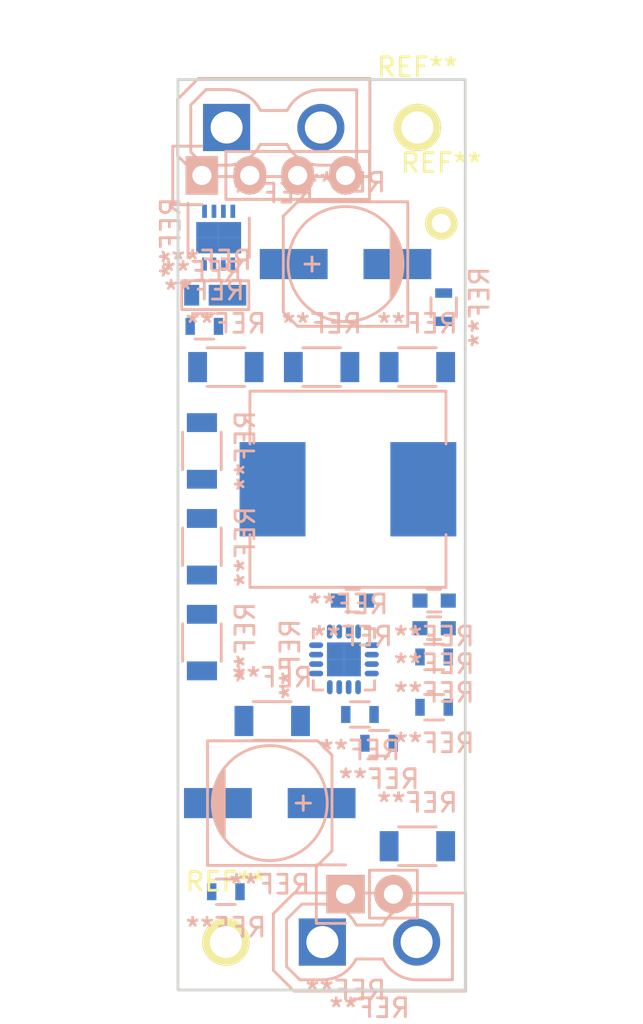
<source format=kicad_pcb>
(kicad_pcb (version 20221018) (generator pcbnew)
  (layers (0 "F.Cu" signal) (31 "B.Cu" signal) (34 "B.Paste" user) (35 "F.Paste" user) (36 "B.SilkS" user "B.Silkscreen") (37 "F.SilkS" user "F.Silkscreen") (38 "B.Mask" user) (39 "F.Mask" user) (44 "Edge.Cuts" user))
  (net 0 "")
  (footprint "Mounting_Holes:MountingHole_2.2mm_M2_Pad" (layer "F.Cu") (at 114.3 78.74)
    (fp_text reference "REF**" (at 0 -3.2) (layer "F.SilkS"))
    (fp_text value "MountingHole_1.7mm_M1.5_Pad")
    (pad "1" thru_hole circle (at 0 0) (size 2.5 2.5) (drill 1.7) (layers "*.Cu" "*.Mask" "F.SilkS"))
  )
  (footprint "Mounting_Holes:MountingHole_2.2mm_M2_Pad" (layer "F.Cu") (at 104.14 121.92)
    (fp_text reference "REF**" (at 0 -3.2) (layer "F.SilkS"))
    (fp_text value "MountingHole_1.7mm_M1.5_Pad")
    (pad "1" thru_hole circle (at 0 0) (size 2.5 2.5) (drill 1.7) (layers "*.Cu" "*.Mask" "F.SilkS"))
  )
  (footprint "Mounting_Holes:MountingHole_2.2mm_M2_Pad" (layer "F.Cu") (at 115.57 83.82)
    (fp_text reference "REF**" (at 0 -3.2) (layer "F.SilkS"))
    (fp_text value "Pad")
    (pad "1" thru_hole circle (at 0 0) (size 1.7 1.7) (drill 1) (layers "*.Cu" "*.Mask" "F.SilkS"))
  )
  (footprint "Connectors_Amass:Amass_XT30UPB-F-Plugged" (layer "B.Cu") (at 106.68 78.74)
    (fp_text reference "REF**" (at 0 3.5) (layer "B.SilkS") (effects (justify mirror)))
    (fp_text value "Amass_XT30U30PB-F")
    (fp_line (start -5.1 -1.5) (end -4 -2.6) (stroke (width 0.15)) (layer "B.SilkS"))
    (fp_line (start -5.1 1.5) (end -5.1 -1.5) (stroke (width 0.15)) (layer "B.SilkS"))
    (fp_line (start -4.4 -1.2) (end -3.6 -2) (stroke (width 0.15)) (layer "B.SilkS"))
    (fp_line (start -4.4 1.3) (end -4.4 -1.2) (stroke (width 0.15)) (layer "B.SilkS"))
    (fp_line (start -4.4 1.3) (end -3.7 2) (stroke (width 0.15)) (layer "B.SilkS"))
    (fp_line (start -4 -2.6) (end 5.1 -2.6) (stroke (width 0.15)) (layer "B.SilkS"))
    (fp_line (start -4 2.6) (end -5.1 1.5) (stroke (width 0.15)) (layer "B.SilkS"))
    (fp_line (start -4 2.6) (end 5.1 2.6) (stroke (width 0.15)) (layer "B.SilkS"))
    (fp_line (start -3.7 2) (end -2.5 2) (stroke (width 0.15)) (layer "B.SilkS"))
    (fp_line (start -3.6 -2.012461) (end -2.5 -2.012461) (stroke (width 0.15)) (layer "B.SilkS"))
    (fp_line (start -0.7 0.9) (end 0.7 0.9) (stroke (width 0.15)) (layer "B.SilkS"))
    (fp_line (start 0.7 -0.9) (end -0.7 -0.9) (stroke (width 0.15)) (layer "B.SilkS"))
    (fp_line (start 2.5 2) (end 4.4 2) (stroke (width 0.15)) (layer "B.SilkS"))
    (fp_line (start 4.4 -2) (end 2.5 -2) (stroke (width 0.15)) (layer "B.SilkS"))
    (fp_line (start 4.4 2) (end 4.4 -2) (stroke (width 0.15)) (layer "B.SilkS"))
    (fp_line (start 5.1 2.6) (end 5.1 -2.6) (stroke (width 0.15)) (layer "B.SilkS"))
    (fp_arc (start -2.5 -2.012461) (mid -1.441987 -1.711902) (end -0.7 -0.9) (stroke (width 0.15)) (layer "B.SilkS"))
    (fp_arc (start -0.711146 0.894427) (mid -1.448538 1.701301) (end -2.5 2) (stroke (width 0.15)) (layer "B.SilkS"))
    (fp_arc (start 0.711146 -0.894427) (mid 1.448538 -1.701301) (end 2.5 -2) (stroke (width 0.15)) (layer "B.SilkS"))
    (fp_arc (start 2.5 2) (mid 1.441987 1.699441) (end 0.7 0.887539) (stroke (width 0.15)) (layer "B.SilkS"))
    (pad "1" thru_hole rect (at -2.5 0) (size 2.5 2.5) (drill 1.7) (layers "*.Cu" "*.Mask"))
    (pad "2" thru_hole circle (at 2.5 0) (size 2.5 2.5) (drill 1.7) (layers "*.Cu" "*.Mask"))
  )
  (footprint "Connectors_Amass:Amass_XT30UPB-F-Plugged" (layer "B.Cu") (at 111.76 121.92)
    (fp_text reference "REF**" (at 0 3.5) (layer "B.SilkS") (effects (justify mirror)))
    (fp_text value "Amass_XT30U30PB-F")
    (fp_line (start -5.1 -1.5) (end -4 -2.6) (stroke (width 0.15)) (layer "B.SilkS"))
    (fp_line (start -5.1 1.5) (end -5.1 -1.5) (stroke (width 0.15)) (layer "B.SilkS"))
    (fp_line (start -4.4 -1.2) (end -3.6 -2) (stroke (width 0.15)) (layer "B.SilkS"))
    (fp_line (start -4.4 1.3) (end -4.4 -1.2) (stroke (width 0.15)) (layer "B.SilkS"))
    (fp_line (start -4.4 1.3) (end -3.7 2) (stroke (width 0.15)) (layer "B.SilkS"))
    (fp_line (start -4 -2.6) (end 5.1 -2.6) (stroke (width 0.15)) (layer "B.SilkS"))
    (fp_line (start -4 2.6) (end -5.1 1.5) (stroke (width 0.15)) (layer "B.SilkS"))
    (fp_line (start -4 2.6) (end 5.1 2.6) (stroke (width 0.15)) (layer "B.SilkS"))
    (fp_line (start -3.7 2) (end -2.5 2) (stroke (width 0.15)) (layer "B.SilkS"))
    (fp_line (start -3.6 -2.012461) (end -2.5 -2.012461) (stroke (width 0.15)) (layer "B.SilkS"))
    (fp_line (start -0.7 0.9) (end 0.7 0.9) (stroke (width 0.15)) (layer "B.SilkS"))
    (fp_line (start 0.7 -0.9) (end -0.7 -0.9) (stroke (width 0.15)) (layer "B.SilkS"))
    (fp_line (start 2.5 2) (end 4.4 2) (stroke (width 0.15)) (layer "B.SilkS"))
    (fp_line (start 4.4 -2) (end 2.5 -2) (stroke (width 0.15)) (layer "B.SilkS"))
    (fp_line (start 4.4 2) (end 4.4 -2) (stroke (width 0.15)) (layer "B.SilkS"))
    (fp_line (start 5.1 2.6) (end 5.1 -2.6) (stroke (width 0.15)) (layer "B.SilkS"))
    (fp_arc (start -2.5 -2.012461) (mid -1.441987 -1.711902) (end -0.7 -0.9) (stroke (width 0.15)) (layer "B.SilkS"))
    (fp_arc (start -0.711146 0.894427) (mid -1.448538 1.701301) (end -2.5 2) (stroke (width 0.15)) (layer "B.SilkS"))
    (fp_arc (start 0.711146 -0.894427) (mid 1.448538 -1.701301) (end 2.5 -2) (stroke (width 0.15)) (layer "B.SilkS"))
    (fp_arc (start 2.5 2) (mid 1.441987 1.699441) (end 0.7 0.887539) (stroke (width 0.15)) (layer "B.SilkS"))
    (pad "1" thru_hole rect (at -2.5 0) (size 2.5 2.5) (drill 1.7) (layers "*.Cu" "*.Mask"))
    (pad "2" thru_hole circle (at 2.5 0) (size 2.5 2.5) (drill 1.7) (layers "*.Cu" "*.Mask"))
  )
  (footprint "Capacitors_SMD:c_elec_6.3x7.7" (layer "B.Cu") (at 110.49 85.979 180)
    (fp_text reference "REF**" (at 0 4.318 180) (layer "B.SilkS") (effects (justify mirror)))
    (fp_text value "c_elec_6.3x5.8")
    (fp_line (start -3.302 -3.302) (end 2.54 -3.302) (stroke (width 0.15)) (layer "B.SilkS"))
    (fp_line (start -3.302 3.302) (end -3.302 -3.302) (stroke (width 0.15)) (layer "B.SilkS"))
    (fp_line (start -2.921 0.762) (end -2.921 -0.762) (stroke (width 0.15)) (layer "B.SilkS"))
    (fp_line (start -2.794 -1.143) (end -2.794 1.143) (stroke (width 0.15)) (layer "B.SilkS"))
    (fp_line (start -2.667 1.397) (end -2.667 -1.397) (stroke (width 0.15)) (layer "B.SilkS"))
    (fp_line (start -2.54 -1.651) (end -2.54 1.651) (stroke (width 0.15)) (layer "B.SilkS"))
    (fp_line (start -2.413 1.778) (end -2.413 -1.778) (stroke (width 0.15)) (layer "B.SilkS"))
    (fp_line (start 1.778 0.381) (end 1.778 -0.381) (stroke (width 0.15)) (layer "B.SilkS"))
    (fp_line (start 2.159 0) (end 1.397 0) (stroke (width 0.15)) (layer "B.SilkS"))
    (fp_line (start 2.54 -3.302) (end 3.302 -2.54) (stroke (width 0.15)) (layer "B.SilkS"))
    (fp_line (start 2.54 3.302) (end -3.302 3.302) (stroke (width 0.15)) (layer "B.SilkS"))
    (fp_line (start 3.302 -2.54) (end 3.302 2.54) (stroke (width 0.15)) (layer "B.SilkS"))
    (fp_line (start 3.302 2.54) (end 2.54 3.302) (stroke (width 0.15)) (layer "B.SilkS"))
    (fp_circle (center 0 0) (end -3.048 0) (stroke (width 0.15)) (fill none) (layer "B.SilkS"))
    (pad "1" smd rect (at 2.75082 0 180) (size 3.59918 1.6002) (layers "B.Cu" "B.Paste" "B.Mask"))
    (pad "2" smd rect (at -2.75082 0 180) (size 3.59918 1.6002) (layers "B.Cu" "B.Paste" "B.Mask"))
  )
  (footprint "Capacitors_SMD:c_elec_6.3x7.7" (layer "B.Cu") (at 106.46918 114.554)
    (fp_text reference "REF**" (at 0 4.318) (layer "B.SilkS") (effects (justify mirror)))
    (fp_text value "c_elec_6.3x5.8")
    (fp_line (start -3.302 -3.302) (end 2.54 -3.302) (stroke (width 0.15)) (layer "B.SilkS"))
    (fp_line (start -3.302 3.302) (end -3.302 -3.302) (stroke (width 0.15)) (layer "B.SilkS"))
    (fp_line (start -2.921 0.762) (end -2.921 -0.762) (stroke (width 0.15)) (layer "B.SilkS"))
    (fp_line (start -2.794 -1.143) (end -2.794 1.143) (stroke (width 0.15)) (layer "B.SilkS"))
    (fp_line (start -2.667 1.397) (end -2.667 -1.397) (stroke (width 0.15)) (layer "B.SilkS"))
    (fp_line (start -2.54 -1.651) (end -2.54 1.651) (stroke (width 0.15)) (layer "B.SilkS"))
    (fp_line (start -2.413 1.778) (end -2.413 -1.778) (stroke (width 0.15)) (layer "B.SilkS"))
    (fp_line (start 1.778 0.381) (end 1.778 -0.381) (stroke (width 0.15)) (layer "B.SilkS"))
    (fp_line (start 2.159 0) (end 1.397 0) (stroke (width 0.15)) (layer "B.SilkS"))
    (fp_line (start 2.54 -3.302) (end 3.302 -2.54) (stroke (width 0.15)) (layer "B.SilkS"))
    (fp_line (start 2.54 3.302) (end -3.302 3.302) (stroke (width 0.15)) (layer "B.SilkS"))
    (fp_line (start 3.302 -2.54) (end 3.302 2.54) (stroke (width 0.15)) (layer "B.SilkS"))
    (fp_line (start 3.302 2.54) (end 2.54 3.302) (stroke (width 0.15)) (layer "B.SilkS"))
    (fp_circle (center 0 0) (end -3.048 0) (stroke (width 0.15)) (fill none) (layer "B.SilkS"))
    (pad "1" smd rect (at 2.75082 0) (size 3.59918 1.6002) (layers "B.Cu" "B.Paste" "B.Mask"))
    (pad "2" smd rect (at -2.75082 0) (size 3.59918 1.6002) (layers "B.Cu" "B.Paste" "B.Mask"))
  )
  (footprint "Inductors:Inductor_Vishay-IHPL-4040DZ-11" (layer "B.Cu") (at 110.617 97.917)
    (fp_text reference "REF**" (at 0 6.1) (layer "B.SilkS") (effects (justify mirror)))
    (fp_text value "self_cms_we-tpc_XL")
    (fp_line (start -5.2 -5.2) (end 5.2 -5.2) (stroke (width 0.15)) (layer "B.SilkS"))
    (fp_line (start -5.2 -2.4) (end -5.2 -5.2) (stroke (width 0.15)) (layer "B.SilkS"))
    (fp_line (start -5.2 2.4) (end -5.2 5.2) (stroke (width 0.15)) (layer "B.SilkS"))
    (fp_line (start -5.2 5.2) (end 5.2 5.2) (stroke (width 0.15)) (layer "B.SilkS"))
    (fp_line (start 5.2 -5.2) (end 5.2 -2.4) (stroke (width 0.15)) (layer "B.SilkS"))
    (fp_line (start 5.2 5.2) (end 5.2 2.4) (stroke (width 0.15)) (layer "B.SilkS"))
    (pad "1" smd rect (at -4 0) (size 3.5 5) (layers "B.Cu" "B.Paste" "B.Mask"))
    (pad "2" smd rect (at 4 0) (size 3.5 5) (layers "B.Cu" "B.Paste" "B.Mask"))
  )
  (footprint "Housings_DFN_QFN:QFN-16-1EP_3x3mm_Pitch0.5mm" (layer "B.Cu") (at 110.404 106.934 -90)
    (fp_text reference "REF**" (at 0 2.85 270) (layer "B.SilkS") (effects (justify mirror)))
    (fp_text value "QFN-16-1EP_4x4mm_Pitch0.65mm")
    (fp_line (start -1.625 -1.625) (end -1.625 -1.125) (stroke (width 0.15)) (layer "B.SilkS"))
    (fp_line (start -1.625 -1.625) (end -1.125 -1.625) (stroke (width 0.15)) (layer "B.SilkS"))
    (fp_line (start -1.625 1.625) (end -1.125 1.625) (stroke (width 0.15)) (layer "B.SilkS"))
    (fp_line (start 1.625 -1.625) (end 1.125 -1.625) (stroke (width 0.15)) (layer "B.SilkS"))
    (fp_line (start 1.625 -1.625) (end 1.625 -1.125) (stroke (width 0.15)) (layer "B.SilkS"))
    (fp_line (start 1.625 1.625) (end 1.125 1.625) (stroke (width 0.15)) (layer "B.SilkS"))
    (fp_line (start 1.625 1.625) (end 1.625 1.125) (stroke (width 0.15)) (layer "B.SilkS"))
    (pad "1" smd oval (at -1.475 0.75 270) (size 0.75 0.3) (layers "B.Cu" "B.Paste" "B.Mask"))
    (pad "2" smd oval (at -1.475 0.25 270) (size 0.75 0.3) (layers "B.Cu" "B.Paste" "B.Mask"))
    (pad "3" smd oval (at -1.475 -0.25 270) (size 0.75 0.3) (layers "B.Cu" "B.Paste" "B.Mask"))
    (pad "4" smd oval (at -1.475 -0.75 270) (size 0.75 0.3) (layers "B.Cu" "B.Paste" "B.Mask"))
    (pad "5" smd oval (at -0.75 -1.475 180) (size 0.75 0.3) (layers "B.Cu" "B.Paste" "B.Mask"))
    (pad "6" smd oval (at -0.25 -1.475 180) (size 0.75 0.3) (layers "B.Cu" "B.Paste" "B.Mask"))
    (pad "7" smd oval (at 0.25 -1.475 180) (size 0.75 0.3) (layers "B.Cu" "B.Paste" "B.Mask"))
    (pad "8" smd oval (at 0.75 -1.475 180) (size 0.75 0.3) (layers "B.Cu" "B.Paste" "B.Mask"))
    (pad "9" smd oval (at 1.475 -0.75 270) (size 0.75 0.3) (layers "B.Cu" "B.Paste" "B.Mask"))
    (pad "10" smd oval (at 1.475 -0.25 270) (size 0.75 0.3) (layers "B.Cu" "B.Paste" "B.Mask"))
    (pad "11" smd oval (at 1.475 0.25 270) (size 0.75 0.3) (layers "B.Cu" "B.Paste" "B.Mask"))
    (pad "12" smd oval (at 1.475 0.75 270) (size 0.75 0.3) (layers "B.Cu" "B.Paste" "B.Mask"))
    (pad "13" smd oval (at 0.75 1.475 180) (size 0.75 0.3) (layers "B.Cu" "B.Paste" "B.Mask"))
    (pad "14" smd oval (at 0.25 1.475 180) (size 0.75 0.3) (layers "B.Cu" "B.Paste" "B.Mask"))
    (pad "15" smd oval (at -0.25 1.475 180) (size 0.75 0.3) (layers "B.Cu" "B.Paste" "B.Mask"))
    (pad "16" smd oval (at -0.75 1.475 180) (size 0.75 0.3) (layers "B.Cu" "B.Paste" "B.Mask"))
    (pad "17" smd rect (at -0.45 -0.45 270) (size 0.9 0.9) (layers "B.Cu" "B.Paste" "B.Mask"))
    (pad "17" smd rect (at -0.45 0.45 270) (size 0.9 0.9) (layers "B.Cu" "B.Paste" "B.Mask"))
    (pad "17" smd rect (at 0.45 -0.45 270) (size 0.9 0.9) (layers "B.Cu" "B.Paste" "B.Mask"))
    (pad "17" smd rect (at 0.45 0.45 270) (size 0.9 0.9) (layers "B.Cu" "B.Paste" "B.Mask"))
  )
  (footprint "Capacitors_SMD:C_0603" (layer "B.Cu") (at 110.859 103.819)
    (fp_text reference "REF**" (at 0 1.9) (layer "B.SilkS") (effects (justify mirror)))
    (fp_text value "C_0603")
    (fp_line (start -0.35 0.6) (end 0.35 0.6) (stroke (width 0.15)) (layer "B.SilkS"))
    (fp_line (start 0.35 -0.6) (end -0.35 -0.6) (stroke (width 0.15)) (layer "B.SilkS"))
    (pad "1" smd rect (at -0.75 0) (size 0.8 0.75) (layers "B.Cu" "B.Paste" "B.Mask"))
    (pad "2" smd rect (at 0.75 0) (size 0.8 0.75) (layers "B.Cu" "B.Paste" "B.Mask"))
  )
  (footprint "Capacitors_SMD:C_1206" (layer "B.Cu") (at 102.87 106.045 90)
    (fp_text reference "REF**" (at 0 2.3 90) (layer "B.SilkS") (effects (justify mirror)))
    (fp_text value "C_0805")
    (fp_line (start -1 -1.025) (end 1 -1.025) (stroke (width 0.15)) (layer "B.SilkS"))
    (fp_line (start 1 1.025) (end -1 1.025) (stroke (width 0.15)) (layer "B.SilkS"))
    (pad "1" smd rect (at -1.5 0 90) (size 1 1.6) (layers "B.Cu" "B.Paste" "B.Mask"))
    (pad "2" smd rect (at 1.5 0 90) (size 1 1.6) (layers "B.Cu" "B.Paste" "B.Mask"))
  )
  (footprint "Capacitors_SMD:C_1206" (layer "B.Cu") (at 102.87 100.965 90)
    (fp_text reference "REF**" (at 0 2.3 90) (layer "B.SilkS") (effects (justify mirror)))
    (fp_text value "C_0805")
    (fp_line (start -1 -1.025) (end 1 -1.025) (stroke (width 0.15)) (layer "B.SilkS"))
    (fp_line (start 1 1.025) (end -1 1.025) (stroke (width 0.15)) (layer "B.SilkS"))
    (pad "1" smd rect (at -1.5 0 90) (size 1 1.6) (layers "B.Cu" "B.Paste" "B.Mask"))
    (pad "2" smd rect (at 1.5 0 90) (size 1 1.6) (layers "B.Cu" "B.Paste" "B.Mask"))
  )
  (footprint "Capacitors_SMD:C_1206" (layer "B.Cu") (at 102.87 95.885 90)
    (fp_text reference "REF**" (at 0 2.3 90) (layer "B.SilkS") (effects (justify mirror)))
    (fp_text value "C_0805")
    (fp_line (start -1 -1.025) (end 1 -1.025) (stroke (width 0.15)) (layer "B.SilkS"))
    (fp_line (start 1 1.025) (end -1 1.025) (stroke (width 0.15)) (layer "B.SilkS"))
    (pad "1" smd rect (at -1.5 0 90) (size 1 1.6) (layers "B.Cu" "B.Paste" "B.Mask"))
    (pad "2" smd rect (at 1.5 0 90) (size 1 1.6) (layers "B.Cu" "B.Paste" "B.Mask"))
  )
  (footprint "Capacitors_SMD:C_1206" (layer "B.Cu") (at 104.14 91.44 180)
    (fp_text reference "REF**" (at 0 2.3 180) (layer "B.SilkS") (effects (justify mirror)))
    (fp_text value "C_1206")
    (fp_line (start -1 -1.025) (end 1 -1.025) (stroke (width 0.15)) (layer "B.SilkS"))
    (fp_line (start 1 1.025) (end -1 1.025) (stroke (width 0.15)) (layer "B.SilkS"))
    (pad "1" smd rect (at -1.5 0 180) (size 1 1.6) (layers "B.Cu" "B.Paste" "B.Mask"))
    (pad "2" smd rect (at 1.5 0 180) (size 1 1.6) (layers "B.Cu" "B.Paste" "B.Mask"))
  )
  (footprint "Capacitors_SMD:C_1206" (layer "B.Cu") (at 109.22 91.44 180)
    (fp_text reference "REF**" (at 0 2.3 180) (layer "B.SilkS") (effects (justify mirror)))
    (fp_text value "C_1206")
    (fp_line (start -1 -1.025) (end 1 -1.025) (stroke (width 0.15)) (layer "B.SilkS"))
    (fp_line (start 1 1.025) (end -1 1.025) (stroke (width 0.15)) (layer "B.SilkS"))
    (pad "1" smd rect (at -1.5 0 180) (size 1 1.6) (layers "B.Cu" "B.Paste" "B.Mask"))
    (pad "2" smd rect (at 1.5 0 180) (size 1 1.6) (layers "B.Cu" "B.Paste" "B.Mask"))
  )
  (footprint "Capacitors_SMD:C_1206" (layer "B.Cu") (at 114.3 91.44 180)
    (fp_text reference "REF**" (at 0 2.3 180) (layer "B.SilkS") (effects (justify mirror)))
    (fp_text value "C_1206")
    (fp_line (start -1 -1.025) (end 1 -1.025) (stroke (width 0.15)) (layer "B.SilkS"))
    (fp_line (start 1 1.025) (end -1 1.025) (stroke (width 0.15)) (layer "B.SilkS"))
    (pad "1" smd rect (at -1.5 0 180) (size 1 1.6) (layers "B.Cu" "B.Paste" "B.Mask"))
    (pad "2" smd rect (at 1.5 0 180) (size 1 1.6) (layers "B.Cu" "B.Paste" "B.Mask"))
  )
  (footprint "Capacitors_SMD:C_1206" (layer "B.Cu") (at 106.6 110.2 180)
    (fp_text reference "REF**" (at 0 2.3 180) (layer "B.SilkS") (effects (justify mirror)))
    (fp_text value "C_0805")
    (fp_line (start -1 -1.025) (end 1 -1.025) (stroke (width 0.15)) (layer "B.SilkS"))
    (fp_line (start 1 1.025) (end -1 1.025) (stroke (width 0.15)) (layer "B.SilkS"))
    (pad "1" smd rect (at -1.5 0 180) (size 1 1.6) (layers "B.Cu" "B.Paste" "B.Mask"))
    (pad "2" smd rect (at 1.5 0 180) (size 1 1.6) (layers "B.Cu" "B.Paste" "B.Mask"))
  )
  (footprint "Capacitors_SMD:C_0603" (layer "B.Cu") (at 115.189 103.819)
    (fp_text reference "REF**" (at 0 1.9) (layer "B.SilkS") (effects (justify mirror)))
    (fp_text value "C_0603")
    (fp_line (start -0.35 0.6) (end 0.35 0.6) (stroke (width 0.15)) (layer "B.SilkS"))
    (fp_line (start 0.35 -0.6) (end -0.35 -0.6) (stroke (width 0.15)) (layer "B.SilkS"))
    (pad "1" smd rect (at -0.75 0) (size 0.8 0.75) (layers "B.Cu" "B.Paste" "B.Mask"))
    (pad "2" smd rect (at 0.75 0) (size 0.8 0.75) (layers "B.Cu" "B.Paste" "B.Mask"))
  )
  (footprint "Capacitors_SMD:C_0603" (layer "B.Cu") (at 115.189 105.283)
    (fp_text reference "REF**" (at 0 1.9) (layer "B.SilkS") (effects (justify mirror)))
    (fp_text value "C_0603")
    (fp_line (start -0.35 0.6) (end 0.35 0.6) (stroke (width 0.15)) (layer "B.SilkS"))
    (fp_line (start 0.35 -0.6) (end -0.35 -0.6) (stroke (width 0.15)) (layer "B.SilkS"))
    (pad "1" smd rect (at -0.75 0) (size 0.8 0.75) (layers "B.Cu" "B.Paste" "B.Mask"))
    (pad "2" smd rect (at 0.75 0) (size 0.8 0.75) (layers "B.Cu" "B.Paste" "B.Mask"))
  )
  (footprint "Resistors_SMD:R_0603" (layer "B.Cu") (at 115.189 106.807)
    (fp_text reference "REF**" (at 0 1.9) (layer "B.SilkS") (effects (justify mirror)))
    (fp_text value "R_0603")
    (fp_line (start -0.5 0.675) (end 0.5 0.675) (stroke (width 0.15)) (layer "B.SilkS"))
    (fp_line (start 0.5 -0.675) (end -0.5 -0.675) (stroke (width 0.15)) (layer "B.SilkS"))
    (pad "1" smd rect (at -0.75 0) (size 0.5 0.9) (layers "B.Cu" "B.Paste" "B.Mask"))
    (pad "2" smd rect (at 0.75 0) (size 0.5 0.9) (layers "B.Cu" "B.Paste" "B.Mask"))
  )
  (footprint "Resistors_SMD:R_0603" (layer "B.Cu") (at 115.189 109.474)
    (fp_text reference "REF**" (at 0 1.9) (layer "B.SilkS") (effects (justify mirror)))
    (fp_text value "R_0603")
    (fp_line (start -0.5 0.675) (end 0.5 0.675) (stroke (width 0.15)) (layer "B.SilkS"))
    (fp_line (start 0.5 -0.675) (end -0.5 -0.675) (stroke (width 0.15)) (layer "B.SilkS"))
    (pad "1" smd rect (at -0.75 0) (size 0.5 0.9) (layers "B.Cu" "B.Paste" "B.Mask"))
    (pad "2" smd rect (at 0.75 0) (size 0.5 0.9) (layers "B.Cu" "B.Paste" "B.Mask"))
  )
  (footprint "Resistors_SMD:R_0603" (layer "B.Cu") (at 111.252 109.855)
    (fp_text reference "REF**" (at 0 1.9) (layer "B.SilkS") (effects (justify mirror)))
    (fp_text value "R_0603")
    (fp_line (start -0.5 0.675) (end 0.5 0.675) (stroke (width 0.15)) (layer "B.SilkS"))
    (fp_line (start 0.5 -0.675) (end -0.5 -0.675) (stroke (width 0.15)) (layer "B.SilkS"))
    (pad "1" smd rect (at -0.75 0) (size 0.5 0.9) (layers "B.Cu" "B.Paste" "B.Mask"))
    (pad "2" smd rect (at 0.75 0) (size 0.5 0.9) (layers "B.Cu" "B.Paste" "B.Mask"))
  )
  (footprint "Resistors_SMD:R_0603" (layer "B.Cu") (at 112.268 111.379)
    (fp_text reference "REF**" (at 0 1.9) (layer "B.SilkS") (effects (justify mirror)))
    (fp_text value "R_0603")
    (fp_line (start -0.5 0.675) (end 0.5 0.675) (stroke (width 0.15)) (layer "B.SilkS"))
    (fp_line (start 0.5 -0.675) (end -0.5 -0.675) (stroke (width 0.15)) (layer "B.SilkS"))
    (pad "1" smd rect (at -0.75 0) (size 0.5 0.9) (layers "B.Cu" "B.Paste" "B.Mask"))
    (pad "2" smd rect (at 0.75 0) (size 0.5 0.9) (layers "B.Cu" "B.Paste" "B.Mask"))
  )
  (footprint "Capacitors_SMD:C_1206" (layer "B.Cu") (at 114.3 116.84 180)
    (fp_text reference "REF**" (at 0 2.3 180) (layer "B.SilkS") (effects (justify mirror)))
    (fp_text value "C_0805")
    (fp_line (start -1 -1.025) (end 1 -1.025) (stroke (width 0.15)) (layer "B.SilkS"))
    (fp_line (start 1 1.025) (end -1 1.025) (stroke (width 0.15)) (layer "B.SilkS"))
    (pad "1" smd rect (at -1.5 0 180) (size 1 1.6) (layers "B.Cu" "B.Paste" "B.Mask"))
    (pad "2" smd rect (at 1.5 0 180) (size 1 1.6) (layers "B.Cu" "B.Paste" "B.Mask"))
  )
  (footprint "Resistors_SMD:R_0603" (layer "B.Cu") (at 104.14 119.253)
    (fp_text reference "REF**" (at 0 1.9) (layer "B.SilkS") (effects (justify mirror)))
    (fp_text value "R_0603")
    (fp_line (start -0.5 0.675) (end 0.5 0.675) (stroke (width 0.15)) (layer "B.SilkS"))
    (fp_line (start 0.5 -0.675) (end -0.5 -0.675) (stroke (width 0.15)) (layer "B.SilkS"))
    (pad "1" smd rect (at -0.75 0) (size 0.5 0.9) (layers "B.Cu" "B.Paste" "B.Mask"))
    (pad "2" smd rect (at 0.75 0) (size 0.5 0.9) (layers "B.Cu" "B.Paste" "B.Mask"))
  )
  (footprint "Resistors_SMD:R_0603" (layer "B.Cu") (at 115.697 88.265 90)
    (fp_text reference "REF**" (at 0 1.9 90) (layer "B.SilkS") (effects (justify mirror)))
    (fp_text value "R_0603")
    (fp_line (start -0.5 0.675) (end 0.5 0.675) (stroke (width 0.15)) (layer "B.SilkS"))
    (fp_line (start 0.5 -0.675) (end -0.5 -0.675) (stroke (width 0.15)) (layer "B.SilkS"))
    (pad "1" smd rect (at -0.75 0 90) (size 0.5 0.9) (layers "B.Cu" "B.Paste" "B.Mask"))
    (pad "2" smd rect (at 0.75 0 90) (size 0.5 0.9) (layers "B.Cu" "B.Paste" "B.Mask"))
  )
  (footprint "Resistors_SMD:R_0603" (layer "B.Cu") (at 102.997 89.281 180)
    (fp_text reference "REF**" (at 0 1.9 180) (layer "B.SilkS") (effects (justify mirror)))
    (fp_text value "R_0603")
    (fp_line (start -0.5 0.675) (end 0.5 0.675) (stroke (width 0.15)) (layer "B.SilkS"))
    (fp_line (start 0.5 -0.675) (end -0.5 -0.675) (stroke (width 0.15)) (layer "B.SilkS"))
    (pad "1" smd rect (at -0.75 0 180) (size 0.5 0.9) (layers "B.Cu" "B.Paste" "B.Mask"))
    (pad "2" smd rect (at 0.75 0 180) (size 0.5 0.9) (layers "B.Cu" "B.Paste" "B.Mask"))
  )
  (footprint "Diodes_SMD:TUMD2" (layer "B.Cu") (at 103.378 87.63 180)
    (fp_text reference "REF**" (at 0 1.85 180) (layer "B.SilkS") (effects (justify mirror)))
    (fp_text value "TUMD2")
    (fp_line (start -1.978 -0.762) (end -1.978 0.762) (stroke (width 0.15)) (layer "B.SilkS"))
    (fp_line (start -1.978 0.762) (end 1.578 0.762) (stroke (width 0.15)) (layer "B.SilkS"))
    (fp_line (start 1.578 -0.762) (end -1.978 -0.762) (stroke (width 0.15)) (layer "B.SilkS"))
    (fp_line (start 1.578 0.762) (end 1.578 -0.762) (stroke (width 0.15)) (layer "B.SilkS"))
    (pad "1" smd rect (at -0.85 0) (size 2 1.1) (layers "B.Cu" "B.Paste" "B.Mask"))
    (pad "2" smd rect (at 1.05 0) (size 0.8 1.1) (layers "B.Cu" "B.Paste" "B.Mask"))
  )
  (footprint "Housings_DFN_QFN:DFN-8-1EP_3x3mm_Pitch0.5mm" (layer "B.Cu") (at 103.759 84.582 -90)
    (fp_text reference "REF**" (at 0 2.55 270) (layer "B.SilkS") (effects (justify mirror)))
    (fp_text value "DFN-8-1EP_3x3mm_Pitch0.5mm")
    (fp_line (start -1.825 1.625) (end 1.05 1.625) (stroke (width 0.15)) (layer "B.SilkS"))
    (fp_line (start -1.05 -1.625) (end 1.05 -1.625) (stroke (width 0.15)) (layer "B.SilkS"))
    (pad "1" smd rect (at -1.4 0.75 270) (size 0.7 0.25) (layers "B.Cu" "B.Paste" "B.Mask"))
    (pad "2" smd rect (at -1.4 0.25 270) (size 0.7 0.25) (layers "B.Cu" "B.Paste" "B.Mask"))
    (pad "3" smd rect (at -1.4 -0.25 270) (size 0.7 0.25) (layers "B.Cu" "B.Paste" "B.Mask"))
    (pad "4" smd rect (at -1.4 -0.75 270) (size 0.7 0.25) (layers "B.Cu" "B.Paste" "B.Mask"))
    (pad "5" smd rect (at 1.4 -0.75 270) (size 0.7 0.25) (layers "B.Cu" "B.Paste" "B.Mask"))
    (pad "6" smd rect (at 1.4 -0.25 270) (size 0.7 0.25) (layers "B.Cu" "B.Paste" "B.Mask"))
    (pad "7" smd rect (at 1.4 0.25 270) (size 0.7 0.25) (layers "B.Cu" "B.Paste" "B.Mask"))
    (pad "8" smd rect (at 1.4 0.75 270) (size 0.7 0.25) (layers "B.Cu" "B.Paste" "B.Mask"))
    (pad "9" smd rect (at -0.415 -0.595 270) (size 0.83 1.19) (layers "B.Cu" "B.Paste" "B.Mask"))
    (pad "9" smd rect (at -0.415 0.595 270) (size 0.83 1.19) (layers "B.Cu" "B.Paste" "B.Mask"))
    (pad "9" smd rect (at 0.415 -0.595 270) (size 0.83 1.19) (layers "B.Cu" "B.Paste" "B.Mask"))
    (pad "9" smd rect (at 0.415 0.595 270) (size 0.83 1.19) (layers "B.Cu" "B.Paste" "B.Mask"))
  )
  (footprint "Socket_Strips:Socket_Strip_Straight_1x04" (layer "B.Cu") (at 102.87 81.28)
    (fp_text reference "REF**" (at 0 5.1) (layer "B.SilkS") (effects (justify mirror)))
    (fp_text value "Socket_Strip_Straight_1x04")
    (fp_line (start -1.55 -1.55) (end 0 -1.55) (stroke (width 0.15)) (layer "B.SilkS"))
    (fp_line (start -1.55 1.55) (end -1.55 -1.55) (stroke (width 0.15)) (layer "B.SilkS"))
    (fp_line (start 0 1.55) (end -1.55 1.55) (stroke (width 0.15)) (layer "B.SilkS"))
    (fp_line (start 1.27 -1.27) (end 1.27 1.27) (stroke (width 0.15)) (layer "B.SilkS"))
    (fp_line (start 1.27 -1.27) (end 8.89 -1.27) (stroke (width 0.15)) (layer "B.SilkS"))
    (fp_line (start 1.27 1.27) (end 8.89 1.27) (stroke (width 0.15)) (layer "B.SilkS"))
    (fp_line (start 8.89 1.27) (end 8.89 -1.27) (stroke (width 0.15)) (layer "B.SilkS"))
    (pad "1" thru_hole rect (at 0 0) (size 1.7272 2.032) (drill 1.016) (layers "*.Cu" "*.Mask" "B.SilkS"))
    (pad "2" thru_hole oval (at 2.54 0) (size 1.7272 2.032) (drill 1.016) (layers "*.Cu" "*.Mask" "B.SilkS"))
    (pad "3" thru_hole oval (at 5.08 0) (size 1.7272 2.032) (drill 1.016) (layers "*.Cu" "*.Mask" "B.SilkS"))
    (pad "4" thru_hole oval (at 7.62 0) (size 1.7272 2.032) (drill 1.016) (layers "*.Cu" "*.Mask" "B.SilkS"))
  )
  (footprint "Socket_Strips:Socket_Strip_Straight_1x02" (layer "B.Cu") (at 110.49 119.38)
    (fp_text reference "REF**" (at 0 5.1) (layer "B.SilkS") (effects (justify mirror)))
    (fp_text value "Socket_Strip_Straight_1x02")
    (fp_line (start -1.55 -1.55) (end 0 -1.55) (stroke (width 0.15)) (layer "B.SilkS"))
    (fp_line (start -1.55 1.55) (end -1.55 -1.55) (stroke (width 0.15)) (layer "B.SilkS"))
    (fp_line (start 0 1.55) (end -1.55 1.55) (stroke (width 0.15)) (layer "B.SilkS"))
    (fp_line (start 1.27 -1.27) (end 1.27 1.27) (stroke (width 0.15)) (layer "B.SilkS"))
    (fp_line (start 1.27 1.27) (end 3.81 1.27) (stroke (width 0.15)) (layer "B.SilkS"))
    (fp_line (start 3.81 -1.27) (end 1.27 -1.27) (stroke (width 0.15)) (layer "B.SilkS"))
    (fp_line (start 3.81 1.27) (end 3.81 -1.27) (stroke (width 0.15)) (layer "B.SilkS"))
    (pad "1" thru_hole rect (at 0 0) (size 2.032 2.032) (drill 1.016) (layers "*.Cu" "*.Mask" "B.SilkS"))
    (pad "2" thru_hole oval (at 2.54 0) (size 2.032 2.032) (drill 1.016) (layers "*.Cu" "*.Mask" "B.SilkS"))
  )
  (gr_line (start 101.6 76.2) (end 116.84 76.2) (stroke (width 0.15)) (layer "Edge.Cuts"))
  (gr_line (start 116.84 124.46) (end 101.6 124.46) (stroke (width 0.15)) (layer "Edge.Cuts"))
  (gr_line (start 101.6 124.46) (end 101.6 76.2) (stroke (width 0.15)) (layer "Edge.Cuts"))
  (gr_line (start 116.84 76.2) (end 116.84 124.46) (stroke (width 0.15)) (layer "Edge.Cuts"))
)
</source>
